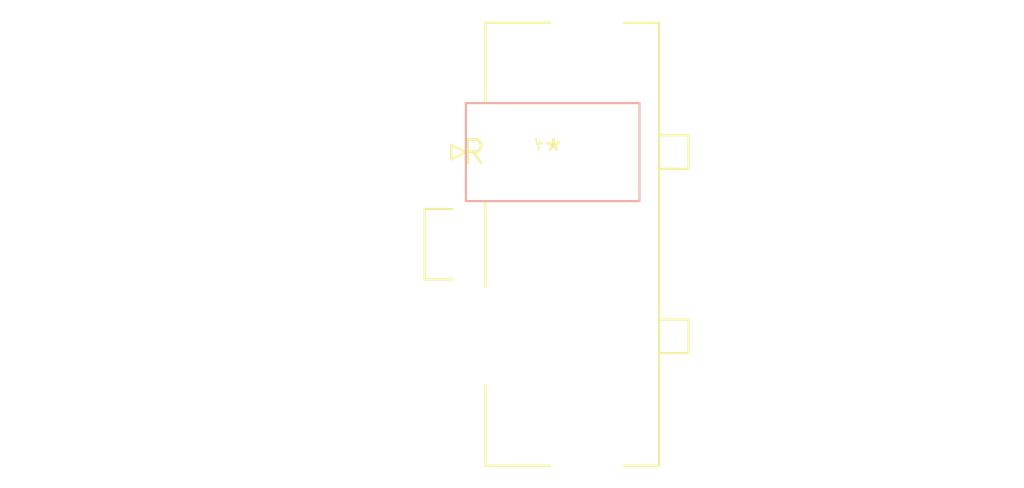
<source format=kicad_pcb>
(kicad_pcb (version 20240108) (generator pcbnew)
  (layers (0 "F.Cu" signal) (31 "B.Cu" signal) (34 "B.Paste" user) (35 "F.Paste" user) (36 "B.SilkS" user "B.Silkscreen") (37 "F.SilkS" user "F.Silkscreen") (38 "B.Mask" user) (39 "F.Mask" user) (44 "Edge.Cuts" user))
  (net 0 "")
  (footprint "Molex_Mini-Fit_Sr_42819-22XX_1x02_P10.00mm_Vertical" (layer "F.Cu") (at 0 0)
    (property "Reference" "REF**")
    (property "Value" "Molex_Mini-Fit_Sr_42819-22XX_1x02_P10.00mm_Vertical")
    (fp_line (start -2.51 -2.66) (end -2.51 2.66) (layer "B.SilkS") (stroke (width 0.12)))
    (fp_line (start -2.51 2.66) (end 6.91 2.66) (layer "B.SilkS") (stroke (width 0.12)))
    (fp_line (start 6.91 -2.66) (end -2.51 -2.66) (layer "B.SilkS") (stroke (width 0.12)))
    (fp_line (start 6.91 2.66) (end 6.91 -2.66) (layer "B.SilkS") (stroke (width 0.12)))
    (fp_line (start -4.75 3.09) (end -4.75 6.91) (layer "F.SilkS") (stroke (width 0.12)))
    (fp_line (start -4.75 6.91) (end -3.25 6.91) (layer "F.SilkS") (stroke (width 0.12)))
    (fp_line (start -3.31 -0.4) (end -3.31 0.4) (layer "F.SilkS") (stroke (width 0.12)))
    (fp_line (start -3.31 0.4) (end -2.51 0) (layer "F.SilkS") (stroke (width 0.12)))
    (fp_line (start -3.25 3.09) (end -4.75 3.09) (layer "F.SilkS") (stroke (width 0.12)))
    (fp_line (start -2.51 0) (end -3.31 -0.4) (layer "F.SilkS") (stroke (width 0.12)))
    (fp_line (start -1.45 -7.02) (end 2.05 -7.02) (layer "F.SilkS") (stroke (width 0.12)))
    (fp_line (start -1.45 -2.66) (end -1.45 -7.02) (layer "F.SilkS") (stroke (width 0.12)))
    (fp_line (start -1.45 2.66) (end -1.45 7.34) (layer "F.SilkS") (stroke (width 0.12)))
    (fp_line (start -1.45 12.66) (end -1.45 17.02) (layer "F.SilkS") (stroke (width 0.12)))
    (fp_line (start -1.45 17.02) (end 2.05 17.02) (layer "F.SilkS") (stroke (width 0.12)))
    (fp_line (start 6.05 -7.02) (end 7.97 -7.02) (layer "F.SilkS") (stroke (width 0.12)))
    (fp_line (start 6.05 17.02) (end 7.97 17.02) (layer "F.SilkS") (stroke (width 0.12)))
    (fp_line (start 7.97 -7.02) (end 7.97 5) (layer "F.SilkS") (stroke (width 0.12)))
    (fp_line (start 7.97 -0.91) (end 9.57 -0.91) (layer "F.SilkS") (stroke (width 0.12)))
    (fp_line (start 7.97 9.09) (end 9.57 9.09) (layer "F.SilkS") (stroke (width 0.12)))
    (fp_line (start 7.97 17.02) (end 7.97 5) (layer "F.SilkS") (stroke (width 0.12)))
    (fp_line (start 9.57 -0.91) (end 9.57 0.91) (layer "F.SilkS") (stroke (width 0.12)))
    (fp_line (start 9.57 0.91) (end 7.97 0.91) (layer "F.SilkS") (stroke (width 0.12)))
    (fp_line (start 9.57 9.09) (end 9.57 10.91) (layer "F.SilkS") (stroke (width 0.12)))
    (fp_line (start 9.57 10.91) (end 7.97 10.91) (layer "F.SilkS") (stroke (width 0.12)))
    (pad "" thru_hole circle (at 4.05 -5.73) (size 4 4) (drill 3) (layers *.Cu *.Mask) (remove_unused_layers))
    (pad "" thru_hole circle (at 4.05 15.73) (size 4 4) (drill 3) (layers *.Cu *.Mask) (remove_unused_layers))
    (pad "1" thru_hole rect (at 0 0) (size 4.5 4.8) (drill 2.8) (layers *.Cu *.Mask) (remove_unused_layers))
    (pad "1" thru_hole rect (at 4.4 0) (size 4.5 4.8) (drill 2.8) (layers *.Cu *.Mask) (remove_unused_layers))
    (pad "2" thru_hole rect (at 0 10) (size 4.5 4.8) (drill 2.8) (layers *.Cu *.Mask) (remove_unused_layers))
    (pad "2" thru_hole rect (at 4.4 10) (size 4.5 4.8) (drill 2.8) (layers *.Cu *.Mask) (remove_unused_layers))
  )
)
</source>
